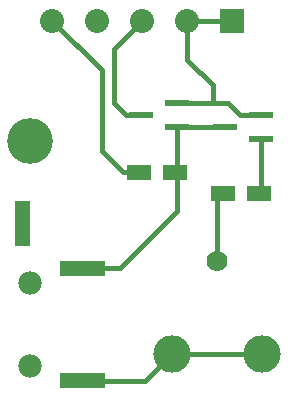
<source format=gbr>
G04 start of page 2 for group 0 idx 0 *
G04 Title: (unknown), top *
G04 Creator: pcb 4.2.2 *
G04 CreationDate: Mon Nov  6 18:02:03 2023 UTC *
G04 For: thomasc *
G04 Format: Gerber/RS-274X *
G04 PCB-Dimensions (mil): 1125.00 1500.00 *
G04 PCB-Coordinate-Origin: lower left *
%MOIN*%
%FSLAX25Y25*%
%LNTOP*%
%ADD19C,0.0420*%
%ADD18C,0.0520*%
%ADD17C,0.1520*%
%ADD16C,0.1250*%
%ADD15C,0.0700*%
%ADD14C,0.0780*%
%ADD13C,0.0001*%
%ADD12C,0.0800*%
%ADD11C,0.0150*%
G54D11*X85000Y92000D02*X69000D01*
Y100000D02*X86000D01*
X90000Y96000D01*
X82500Y47500D02*Y69500D01*
X97000Y88000D02*Y70500D01*
X56500Y77000D02*X51000D01*
X37500Y45000D02*X50000D01*
X69000Y64000D01*
Y92000D02*Y64000D01*
X51000Y77000D02*X44000Y84000D01*
Y111000D01*
X37500Y7500D02*X58500D01*
X67500Y16500D01*
X97500D01*
X57500Y127500D02*X48000Y118000D01*
Y100000D01*
X44000Y111000D02*X27500Y127500D01*
X48000Y100000D02*X52000Y96000D01*
X55000D01*
X87500Y127500D02*X72500D01*
Y114500D01*
X81000Y106000D01*
Y100000D01*
X90000Y96000D02*X97000D01*
G54D12*X57500Y127500D03*
X72500D03*
G54D13*G36*
X83500Y131500D02*Y123500D01*
X91500D01*
Y131500D01*
X83500D01*
G37*
G54D12*X42500Y127500D03*
X27500D03*
G54D14*X20000Y12500D03*
Y40000D03*
G54D15*X82500Y47500D03*
G54D16*X97500Y16500D03*
X67500D03*
G54D13*G36*
X20000Y67500D02*X15000D01*
Y52500D01*
X20000D01*
Y67500D01*
G37*
G36*
X30000Y10000D02*Y5000D01*
X45000D01*
Y10000D01*
X30000D01*
G37*
G36*
Y47500D02*Y42500D01*
X45000D01*
Y47500D01*
X30000D01*
G37*
G36*
X80500Y72500D02*Y67500D01*
X88500D01*
Y72500D01*
X80500D01*
G37*
G36*
X92500D02*Y67500D01*
X100500D01*
Y72500D01*
X92500D01*
G37*
G36*
X93000Y89000D02*Y87000D01*
X101000D01*
Y89000D01*
X93000D01*
G37*
G36*
Y97000D02*Y95000D01*
X101000D01*
Y97000D01*
X93000D01*
G37*
G36*
X81000Y93000D02*Y91000D01*
X89000D01*
Y93000D01*
X81000D01*
G37*
G36*
X52500Y79500D02*Y74500D01*
X60500D01*
Y79500D01*
X52500D01*
G37*
G36*
X64500D02*Y74500D01*
X72500D01*
Y79500D01*
X64500D01*
G37*
G36*
X65000Y93000D02*Y91000D01*
X73000D01*
Y93000D01*
X65000D01*
G37*
G36*
Y101000D02*Y99000D01*
X73000D01*
Y101000D01*
X65000D01*
G37*
G36*
X53000Y97000D02*Y95000D01*
X61000D01*
Y97000D01*
X53000D01*
G37*
G54D17*X20000Y87500D03*
G54D18*G54D14*G54D19*G54D14*M02*

</source>
